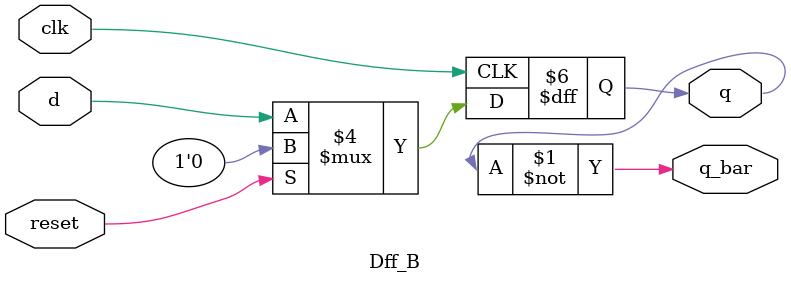
<source format=v>
module Dff_B(q, q_bar, d, reset, clk);

output q, q_bar;
reg q;

input reset, d, clk;

assign q_bar = ~q;

always@(posedge clk)
begin
if(reset)begin
	q = 0;
end
else begin
	q = d;
end
end
endmodule

</source>
